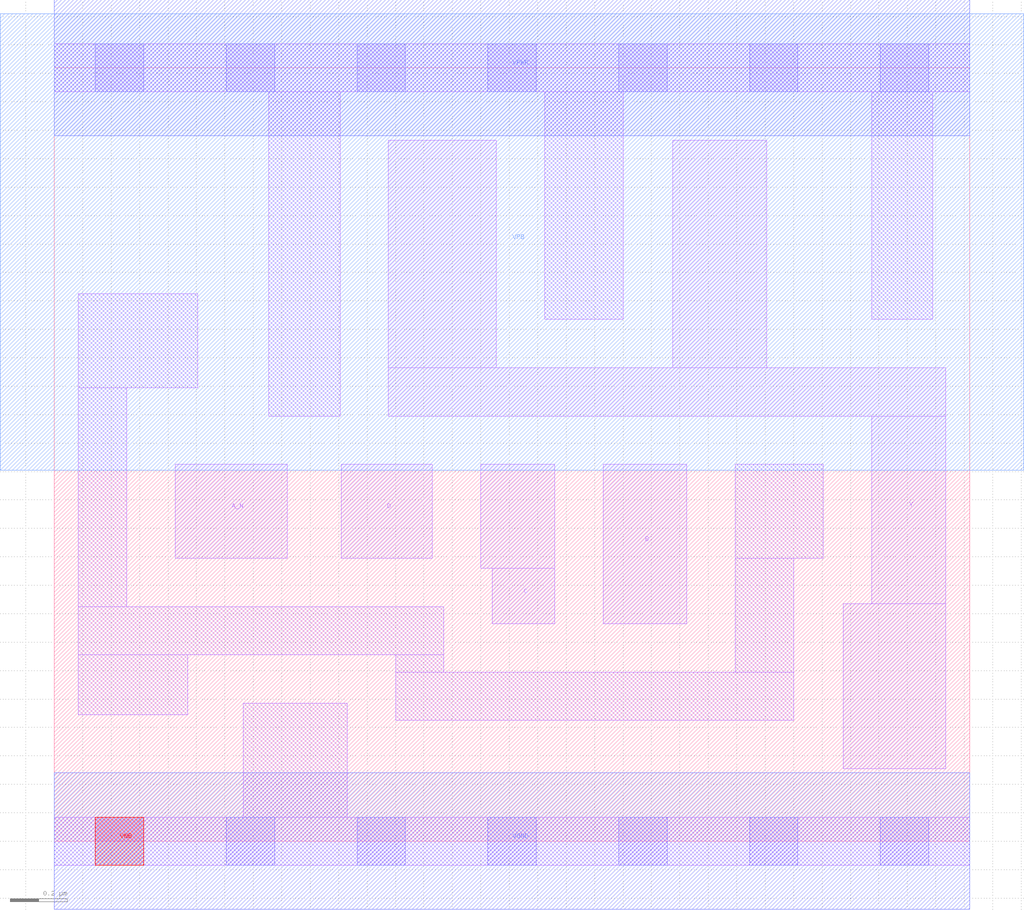
<source format=lef>
# Copyright 2020 The SkyWater PDK Authors
#
# Licensed under the Apache License, Version 2.0 (the "License");
# you may not use this file except in compliance with the License.
# You may obtain a copy of the License at
#
#     https://www.apache.org/licenses/LICENSE-2.0
#
# Unless required by applicable law or agreed to in writing, software
# distributed under the License is distributed on an "AS IS" BASIS,
# WITHOUT WARRANTIES OR CONDITIONS OF ANY KIND, either express or implied.
# See the License for the specific language governing permissions and
# limitations under the License.
#
# SPDX-License-Identifier: Apache-2.0

VERSION 5.7 ;
  NOWIREEXTENSIONATPIN ON ;
  DIVIDERCHAR "/" ;
  BUSBITCHARS "[]" ;
PROPERTYDEFINITIONS
  MACRO maskLayoutSubType STRING ;
  MACRO prCellType STRING ;
  MACRO originalViewName STRING ;
END PROPERTYDEFINITIONS
MACRO sky130_fd_sc_hdll__nand4b_1
  CLASS CORE ;
  FOREIGN sky130_fd_sc_hdll__nand4b_1 ;
  ORIGIN  0.000000  0.000000 ;
  SIZE  3.220000 BY  2.720000 ;
  SYMMETRY X Y R90 ;
  SITE unithd ;
  PIN A_N
    ANTENNAGATEAREA  0.138600 ;
    DIRECTION INPUT ;
    USE SIGNAL ;
    PORT
      LAYER li1 ;
        RECT 0.425000 0.995000 0.820000 1.325000 ;
    END
  END A_N
  PIN B
    ANTENNAGATEAREA  0.277500 ;
    DIRECTION INPUT ;
    USE SIGNAL ;
    PORT
      LAYER li1 ;
        RECT 1.930000 0.765000 2.225000 1.325000 ;
    END
  END B
  PIN C
    ANTENNAGATEAREA  0.277500 ;
    DIRECTION INPUT ;
    USE SIGNAL ;
    PORT
      LAYER li1 ;
        RECT 1.500000 0.960000 1.760000 1.325000 ;
        RECT 1.540000 0.765000 1.760000 0.960000 ;
    END
  END C
  PIN D
    ANTENNAGATEAREA  0.277500 ;
    DIRECTION INPUT ;
    USE SIGNAL ;
    PORT
      LAYER li1 ;
        RECT 1.010000 0.995000 1.330000 1.325000 ;
    END
  END D
  PIN Y
    ANTENNADIFFAREA  0.882500 ;
    DIRECTION OUTPUT ;
    USE SIGNAL ;
    PORT
      LAYER li1 ;
        RECT 1.175000 1.495000 3.135000 1.665000 ;
        RECT 1.175000 1.665000 1.555000 2.465000 ;
        RECT 2.175000 1.665000 2.505000 2.465000 ;
        RECT 2.775000 0.255000 3.135000 0.835000 ;
        RECT 2.875000 0.835000 3.135000 1.495000 ;
    END
  END Y
  PIN VGND
    DIRECTION INOUT ;
    USE GROUND ;
    PORT
      LAYER met1 ;
        RECT 0.000000 -0.240000 3.220000 0.240000 ;
    END
  END VGND
  PIN VNB
    DIRECTION INOUT ;
    USE GROUND ;
    PORT
      LAYER pwell ;
        RECT 0.145000 -0.085000 0.315000 0.085000 ;
    END
  END VNB
  PIN VPB
    DIRECTION INOUT ;
    USE POWER ;
    PORT
      LAYER nwell ;
        RECT -0.190000 1.305000 3.410000 2.910000 ;
    END
  END VPB
  PIN VPWR
    DIRECTION INOUT ;
    USE POWER ;
    PORT
      LAYER met1 ;
        RECT 0.000000 2.480000 3.220000 2.960000 ;
    END
  END VPWR
  OBS
    LAYER li1 ;
      RECT 0.000000 -0.085000 3.220000 0.085000 ;
      RECT 0.000000  2.635000 3.220000 2.805000 ;
      RECT 0.085000  0.445000 0.470000 0.655000 ;
      RECT 0.085000  0.655000 1.370000 0.825000 ;
      RECT 0.085000  0.825000 0.255000 1.595000 ;
      RECT 0.085000  1.595000 0.505000 1.925000 ;
      RECT 0.665000  0.085000 1.030000 0.485000 ;
      RECT 0.755000  1.495000 1.005000 2.635000 ;
      RECT 1.200000  0.425000 2.600000 0.595000 ;
      RECT 1.200000  0.595000 1.370000 0.655000 ;
      RECT 1.725000  1.835000 2.000000 2.635000 ;
      RECT 2.395000  0.595000 2.600000 0.995000 ;
      RECT 2.395000  0.995000 2.705000 1.325000 ;
      RECT 2.875000  1.835000 3.090000 2.635000 ;
    LAYER mcon ;
      RECT 0.145000 -0.085000 0.315000 0.085000 ;
      RECT 0.145000  2.635000 0.315000 2.805000 ;
      RECT 0.605000 -0.085000 0.775000 0.085000 ;
      RECT 0.605000  2.635000 0.775000 2.805000 ;
      RECT 1.065000 -0.085000 1.235000 0.085000 ;
      RECT 1.065000  2.635000 1.235000 2.805000 ;
      RECT 1.525000 -0.085000 1.695000 0.085000 ;
      RECT 1.525000  2.635000 1.695000 2.805000 ;
      RECT 1.985000 -0.085000 2.155000 0.085000 ;
      RECT 1.985000  2.635000 2.155000 2.805000 ;
      RECT 2.445000 -0.085000 2.615000 0.085000 ;
      RECT 2.445000  2.635000 2.615000 2.805000 ;
      RECT 2.905000 -0.085000 3.075000 0.085000 ;
      RECT 2.905000  2.635000 3.075000 2.805000 ;
  END
  PROPERTY maskLayoutSubType "abstract" ;
  PROPERTY prCellType "standard" ;
  PROPERTY originalViewName "layout" ;
END sky130_fd_sc_hdll__nand4b_1
END LIBRARY

</source>
